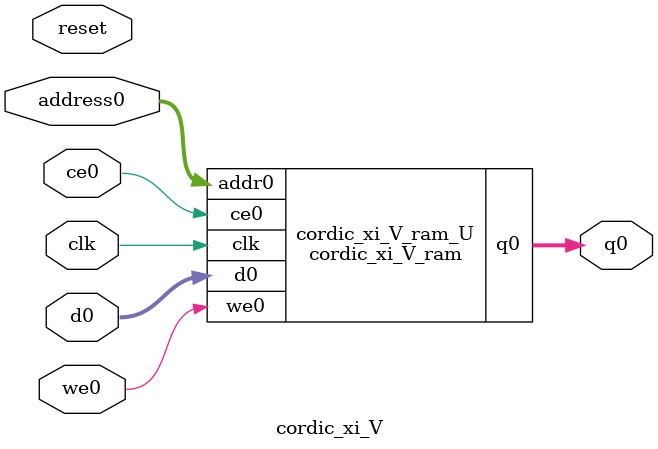
<source format=v>
`timescale 1 ns / 1 ps
module cordic_xi_V_ram (addr0, ce0, d0, we0, q0,  clk);

parameter DWIDTH = 16;
parameter AWIDTH = 4;
parameter MEM_SIZE = 16;

input[AWIDTH-1:0] addr0;
input ce0;
input[DWIDTH-1:0] d0;
input we0;
output reg[DWIDTH-1:0] q0;
input clk;

reg [DWIDTH-1:0] ram[0:MEM_SIZE-1];




always @(posedge clk)  
begin 
    if (ce0) begin
        if (we0) 
            ram[addr0] <= d0; 
        q0 <= ram[addr0];
    end
end


endmodule

`timescale 1 ns / 1 ps
module cordic_xi_V(
    reset,
    clk,
    address0,
    ce0,
    we0,
    d0,
    q0);

parameter DataWidth = 32'd16;
parameter AddressRange = 32'd16;
parameter AddressWidth = 32'd4;
input reset;
input clk;
input[AddressWidth - 1:0] address0;
input ce0;
input we0;
input[DataWidth - 1:0] d0;
output[DataWidth - 1:0] q0;



cordic_xi_V_ram cordic_xi_V_ram_U(
    .clk( clk ),
    .addr0( address0 ),
    .ce0( ce0 ),
    .we0( we0 ),
    .d0( d0 ),
    .q0( q0 ));

endmodule


</source>
